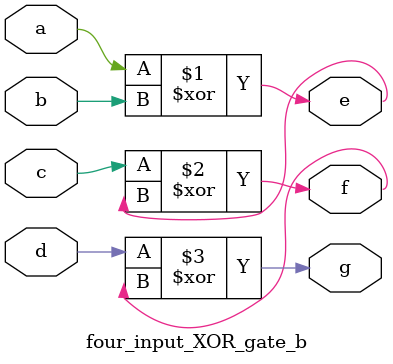
<source format=v>
`timescale 1ns / 1ps


module four_input_XOR_gate_b(
    input a, b, c, d,
    output e, f, g
    );
    assign e = a^b;
    assign f = c^e;
    assign g = d^f;
endmodule

</source>
